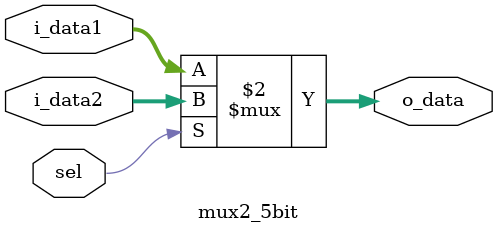
<source format=v>
`timescale 1ns / 1ps
module EX(i_clk, i_rst_n, i_next_pc, i_read_data1, i_read_data2, i_imm, i_tar_reg, i_des_reg, i_WB_control, i_MEM_control, i_EX_control,
  o_branch_pc, o_result, o_zero, o_read_data2, o_write_reg, o_WB_control, o_MEM_control);
  
  input i_clk, i_rst_n;
  input [31:0] i_next_pc, i_read_data1, i_read_data2, i_imm;      //intput next_pc, read_data1, read_data2, immediate       
  input [4:0] i_tar_reg, i_des_reg;                               //input target register, destination register
  input [1:0] i_WB_control;                                       //input WB control
  input [2:0] i_MEM_control;                                      //intput MEM control
  input [3:0] i_EX_control;                                       //input EX control
  output [31:0] o_branch_pc, o_result;                            //output branch pc, ALU result
  output o_zero;                                                  //output zero signal
  output [31:0] o_read_data2;                                     //output read_data2
  output [4:0] o_write_reg;                                       //output write register
  output [1:0] o_WB_control;                                      //output Wb control
  output [2:0] o_MEM_control;                                     //output MEM control
  
  
  wire [31:0] w_o_branch_pc;
  wire [31:0] w_o_ALUSrc_mux;
  wire [3:0] ALU_control_input;
  wire [4:0] w_write_reg;
  
  wire w_o_zero;
  wire [31:0] w_o_result;

 // wire [31:0] w_i_imm;
  
  ALU U0_ALU(i_read_data1, w_o_ALUSrc_mux, i_imm[10:6], ALU_control_input, w_o_result, w_o_zero);
  R_EX_MEM U1_EX_MEM(i_clk, i_rst_n, w_o_branch_pc, w_o_result ,w_o_zero, i_read_data2, w_write_reg, i_WB_control, i_MEM_control, 
  o_branch_pc, o_result, o_zero, o_read_data2, o_write_reg, o_WB_control, o_MEM_control);
  ADD_PC U2_ADD_PC(i_next_pc, (i_imm<<2), w_o_branch_pc);
  mux2_32bit U3_ALUSrc_mux(i_read_data2, i_imm, i_EX_control[3], w_o_ALUSrc_mux);
  ALUControl U4_ALUControl(i_imm[5:0], i_EX_control[2:1], ALU_control_input);
  mux2_5bit U5_RegDst_mux(i_tar_reg, i_des_reg, i_EX_control[0], w_write_reg);  
 // shift_left U6_shift_left(i_imm, w_i_imm);
  
endmodule

	
	//32bit mux_2
module mux2_32bit(i_data1, i_data2, sel, o_data);
  input [31:0] i_data1, i_data2;
  input sel;
  output [31:0] o_data;
  
  assign o_data = (sel == 1'b0) ? i_data1 : i_data2;
  
endmodule
  
  //5bit mux_2
module mux2_5bit(i_data1, i_data2, sel, o_data);
  input [4:0] i_data1, i_data2;
  input sel;
  output [4:0] o_data;
  
  assign o_data = (sel == 1'b0) ? i_data1 : i_data2;
  
endmodule
</source>
